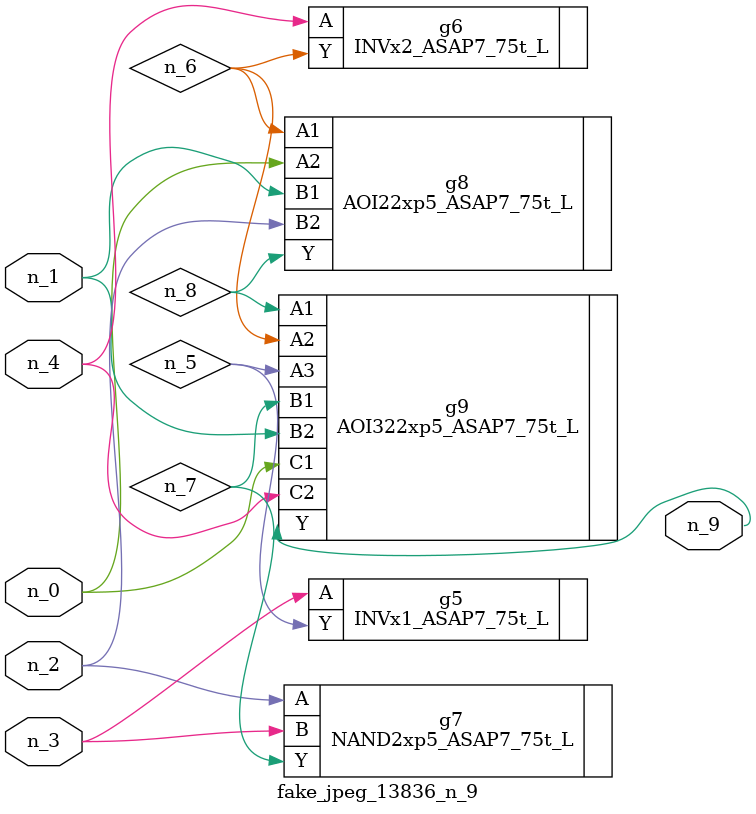
<source format=v>
module fake_jpeg_13836_n_9 (n_3, n_2, n_1, n_0, n_4, n_9);

input n_3;
input n_2;
input n_1;
input n_0;
input n_4;

output n_9;

wire n_8;
wire n_6;
wire n_5;
wire n_7;

INVx1_ASAP7_75t_L g5 ( 
.A(n_3),
.Y(n_5)
);

INVx2_ASAP7_75t_L g6 ( 
.A(n_4),
.Y(n_6)
);

NAND2xp5_ASAP7_75t_L g7 ( 
.A(n_2),
.B(n_3),
.Y(n_7)
);

AOI22xp5_ASAP7_75t_L g8 ( 
.A1(n_6),
.A2(n_0),
.B1(n_1),
.B2(n_2),
.Y(n_8)
);

AOI322xp5_ASAP7_75t_L g9 ( 
.A1(n_8),
.A2(n_6),
.A3(n_5),
.B1(n_7),
.B2(n_1),
.C1(n_0),
.C2(n_4),
.Y(n_9)
);


endmodule
</source>
